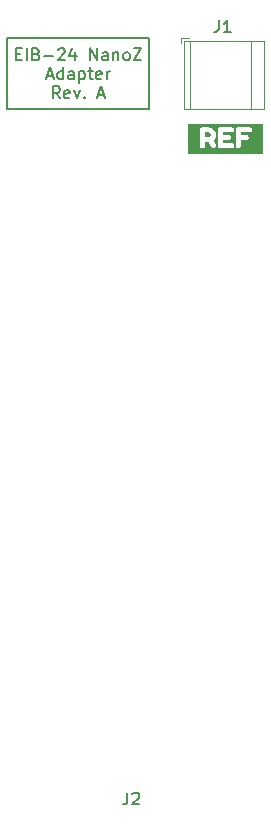
<source format=gbr>
%TF.GenerationSoftware,KiCad,Pcbnew,(6.0.0)*%
%TF.CreationDate,2022-08-13T16:18:09-04:00*%
%TF.ProjectId,eib-24-nanoz-adapter,6569622d-3234-42d6-9e61-6e6f7a2d6164,A*%
%TF.SameCoordinates,Original*%
%TF.FileFunction,Legend,Top*%
%TF.FilePolarity,Positive*%
%FSLAX46Y46*%
G04 Gerber Fmt 4.6, Leading zero omitted, Abs format (unit mm)*
G04 Created by KiCad (PCBNEW (6.0.0)) date 2022-08-13 16:18:09*
%MOMM*%
%LPD*%
G01*
G04 APERTURE LIST*
%ADD10C,0.150000*%
%ADD11C,0.120000*%
G04 APERTURE END LIST*
D10*
X129500000Y-93500000D02*
X141500000Y-93500000D01*
X141500000Y-93500000D02*
X141500000Y-99500000D01*
X141500000Y-99500000D02*
X129500000Y-99500000D01*
X129500000Y-99500000D02*
X129500000Y-93500000D01*
X130238095Y-94818571D02*
X130571428Y-94818571D01*
X130714285Y-95342380D02*
X130238095Y-95342380D01*
X130238095Y-94342380D01*
X130714285Y-94342380D01*
X131142857Y-95342380D02*
X131142857Y-94342380D01*
X131952380Y-94818571D02*
X132095238Y-94866190D01*
X132142857Y-94913809D01*
X132190476Y-95009047D01*
X132190476Y-95151904D01*
X132142857Y-95247142D01*
X132095238Y-95294761D01*
X132000000Y-95342380D01*
X131619047Y-95342380D01*
X131619047Y-94342380D01*
X131952380Y-94342380D01*
X132047619Y-94390000D01*
X132095238Y-94437619D01*
X132142857Y-94532857D01*
X132142857Y-94628095D01*
X132095238Y-94723333D01*
X132047619Y-94770952D01*
X131952380Y-94818571D01*
X131619047Y-94818571D01*
X132619047Y-94961428D02*
X133380952Y-94961428D01*
X133809523Y-94437619D02*
X133857142Y-94390000D01*
X133952380Y-94342380D01*
X134190476Y-94342380D01*
X134285714Y-94390000D01*
X134333333Y-94437619D01*
X134380952Y-94532857D01*
X134380952Y-94628095D01*
X134333333Y-94770952D01*
X133761904Y-95342380D01*
X134380952Y-95342380D01*
X135238095Y-94675714D02*
X135238095Y-95342380D01*
X135000000Y-94294761D02*
X134761904Y-95009047D01*
X135380952Y-95009047D01*
X136523809Y-95342380D02*
X136523809Y-94342380D01*
X137095238Y-95342380D01*
X137095238Y-94342380D01*
X138000000Y-95342380D02*
X138000000Y-94818571D01*
X137952380Y-94723333D01*
X137857142Y-94675714D01*
X137666666Y-94675714D01*
X137571428Y-94723333D01*
X138000000Y-95294761D02*
X137904761Y-95342380D01*
X137666666Y-95342380D01*
X137571428Y-95294761D01*
X137523809Y-95199523D01*
X137523809Y-95104285D01*
X137571428Y-95009047D01*
X137666666Y-94961428D01*
X137904761Y-94961428D01*
X138000000Y-94913809D01*
X138476190Y-94675714D02*
X138476190Y-95342380D01*
X138476190Y-94770952D02*
X138523809Y-94723333D01*
X138619047Y-94675714D01*
X138761904Y-94675714D01*
X138857142Y-94723333D01*
X138904761Y-94818571D01*
X138904761Y-95342380D01*
X139523809Y-95342380D02*
X139428571Y-95294761D01*
X139380952Y-95247142D01*
X139333333Y-95151904D01*
X139333333Y-94866190D01*
X139380952Y-94770952D01*
X139428571Y-94723333D01*
X139523809Y-94675714D01*
X139666666Y-94675714D01*
X139761904Y-94723333D01*
X139809523Y-94770952D01*
X139857142Y-94866190D01*
X139857142Y-95151904D01*
X139809523Y-95247142D01*
X139761904Y-95294761D01*
X139666666Y-95342380D01*
X139523809Y-95342380D01*
X140190476Y-94342380D02*
X140857142Y-94342380D01*
X140190476Y-95342380D01*
X140857142Y-95342380D01*
X132880952Y-96666666D02*
X133357142Y-96666666D01*
X132785714Y-96952380D02*
X133119047Y-95952380D01*
X133452380Y-96952380D01*
X134214285Y-96952380D02*
X134214285Y-95952380D01*
X134214285Y-96904761D02*
X134119047Y-96952380D01*
X133928571Y-96952380D01*
X133833333Y-96904761D01*
X133785714Y-96857142D01*
X133738095Y-96761904D01*
X133738095Y-96476190D01*
X133785714Y-96380952D01*
X133833333Y-96333333D01*
X133928571Y-96285714D01*
X134119047Y-96285714D01*
X134214285Y-96333333D01*
X135119047Y-96952380D02*
X135119047Y-96428571D01*
X135071428Y-96333333D01*
X134976190Y-96285714D01*
X134785714Y-96285714D01*
X134690476Y-96333333D01*
X135119047Y-96904761D02*
X135023809Y-96952380D01*
X134785714Y-96952380D01*
X134690476Y-96904761D01*
X134642857Y-96809523D01*
X134642857Y-96714285D01*
X134690476Y-96619047D01*
X134785714Y-96571428D01*
X135023809Y-96571428D01*
X135119047Y-96523809D01*
X135595238Y-96285714D02*
X135595238Y-97285714D01*
X135595238Y-96333333D02*
X135690476Y-96285714D01*
X135880952Y-96285714D01*
X135976190Y-96333333D01*
X136023809Y-96380952D01*
X136071428Y-96476190D01*
X136071428Y-96761904D01*
X136023809Y-96857142D01*
X135976190Y-96904761D01*
X135880952Y-96952380D01*
X135690476Y-96952380D01*
X135595238Y-96904761D01*
X136357142Y-96285714D02*
X136738095Y-96285714D01*
X136500000Y-95952380D02*
X136500000Y-96809523D01*
X136547619Y-96904761D01*
X136642857Y-96952380D01*
X136738095Y-96952380D01*
X137452380Y-96904761D02*
X137357142Y-96952380D01*
X137166666Y-96952380D01*
X137071428Y-96904761D01*
X137023809Y-96809523D01*
X137023809Y-96428571D01*
X137071428Y-96333333D01*
X137166666Y-96285714D01*
X137357142Y-96285714D01*
X137452380Y-96333333D01*
X137500000Y-96428571D01*
X137500000Y-96523809D01*
X137023809Y-96619047D01*
X137928571Y-96952380D02*
X137928571Y-96285714D01*
X137928571Y-96476190D02*
X137976190Y-96380952D01*
X138023809Y-96333333D01*
X138119047Y-96285714D01*
X138214285Y-96285714D01*
X133952380Y-98562380D02*
X133619047Y-98086190D01*
X133380952Y-98562380D02*
X133380952Y-97562380D01*
X133761904Y-97562380D01*
X133857142Y-97610000D01*
X133904761Y-97657619D01*
X133952380Y-97752857D01*
X133952380Y-97895714D01*
X133904761Y-97990952D01*
X133857142Y-98038571D01*
X133761904Y-98086190D01*
X133380952Y-98086190D01*
X134761904Y-98514761D02*
X134666666Y-98562380D01*
X134476190Y-98562380D01*
X134380952Y-98514761D01*
X134333333Y-98419523D01*
X134333333Y-98038571D01*
X134380952Y-97943333D01*
X134476190Y-97895714D01*
X134666666Y-97895714D01*
X134761904Y-97943333D01*
X134809523Y-98038571D01*
X134809523Y-98133809D01*
X134333333Y-98229047D01*
X135142857Y-97895714D02*
X135380952Y-98562380D01*
X135619047Y-97895714D01*
X136000000Y-98467142D02*
X136047619Y-98514761D01*
X136000000Y-98562380D01*
X135952380Y-98514761D01*
X136000000Y-98467142D01*
X136000000Y-98562380D01*
X137190476Y-98276666D02*
X137666666Y-98276666D01*
X137095238Y-98562380D02*
X137428571Y-97562380D01*
X137761904Y-98562380D01*
%TO.C,J1*%
X147416666Y-91952380D02*
X147416666Y-92666666D01*
X147369047Y-92809523D01*
X147273809Y-92904761D01*
X147130952Y-92952380D01*
X147035714Y-92952380D01*
X148416666Y-92952380D02*
X147845238Y-92952380D01*
X148130952Y-92952380D02*
X148130952Y-91952380D01*
X148035714Y-92095238D01*
X147940476Y-92190476D01*
X147845238Y-92238095D01*
%TO.C,J2*%
X139666666Y-157352380D02*
X139666666Y-158066666D01*
X139619047Y-158209523D01*
X139523809Y-158304761D01*
X139380952Y-158352380D01*
X139285714Y-158352380D01*
X140095238Y-157447619D02*
X140142857Y-157400000D01*
X140238095Y-157352380D01*
X140476190Y-157352380D01*
X140571428Y-157400000D01*
X140619047Y-157447619D01*
X140666666Y-157542857D01*
X140666666Y-157638095D01*
X140619047Y-157780952D01*
X140047619Y-158352380D01*
X140666666Y-158352380D01*
%TO.C,kibuzzard-62F6D4CD*%
G36*
X146672453Y-101495969D02*
G01*
X146741509Y-101654322D01*
X146672453Y-101811484D01*
X146534341Y-101863872D01*
X146229541Y-101863872D01*
X146229541Y-101442391D01*
X146529578Y-101442391D01*
X146672453Y-101495969D01*
G37*
G36*
X144815872Y-100723253D02*
G01*
X151184128Y-100723253D01*
X151184128Y-103276747D01*
X144815872Y-103276747D01*
X144815872Y-102552053D01*
X145808059Y-102552053D01*
X145822347Y-102675878D01*
X145885450Y-102741958D01*
X146017609Y-102763984D01*
X146140244Y-102747911D01*
X146203347Y-102699691D01*
X146225969Y-102636588D01*
X146229541Y-102554434D01*
X146229541Y-102285353D01*
X146529578Y-102285353D01*
X146603397Y-102280591D01*
X146696001Y-102499930D01*
X146757914Y-102643599D01*
X146789134Y-102711597D01*
X146833187Y-102758031D01*
X146909387Y-102780653D01*
X147032022Y-102747316D01*
X147142750Y-102678259D01*
X147179659Y-102594916D01*
X147167982Y-102554434D01*
X147310628Y-102554434D01*
X147324916Y-102675878D01*
X147388019Y-102743744D01*
X147520178Y-102766366D01*
X148463153Y-102766366D01*
X148586978Y-102752078D01*
X148653058Y-102688975D01*
X148675084Y-102556816D01*
X148674772Y-102554434D01*
X148829866Y-102554434D01*
X148844153Y-102675878D01*
X148907256Y-102743744D01*
X149039416Y-102766366D01*
X149162050Y-102750292D01*
X149225153Y-102702072D01*
X149247775Y-102640159D01*
X149251347Y-102556816D01*
X149251347Y-102106759D01*
X149718072Y-102106759D01*
X149839516Y-102094853D01*
X149907381Y-102029964D01*
X149930003Y-101897209D01*
X149914525Y-101773980D01*
X149868091Y-101709091D01*
X149804988Y-101686469D01*
X149720453Y-101682897D01*
X149251347Y-101682897D01*
X149251347Y-101442391D01*
X149980009Y-101442391D01*
X150064544Y-101438819D01*
X150127647Y-101417387D01*
X150177653Y-101354284D01*
X150191941Y-101232841D01*
X150177653Y-101111397D01*
X150128838Y-101047103D01*
X150066925Y-101024481D01*
X149984772Y-101020909D01*
X149046559Y-101020909D01*
X148875109Y-101064962D01*
X148829866Y-101230459D01*
X148829866Y-102554434D01*
X148674772Y-102554434D01*
X148659011Y-102434181D01*
X148610791Y-102371078D01*
X148547688Y-102348456D01*
X148465534Y-102344884D01*
X147732109Y-102344884D01*
X147732109Y-102104378D01*
X148198834Y-102104378D01*
X148322659Y-102090091D01*
X148390525Y-102026988D01*
X148413147Y-101894828D01*
X148397073Y-101772194D01*
X148348853Y-101709091D01*
X148285750Y-101686469D01*
X148203597Y-101682897D01*
X147732109Y-101682897D01*
X147732109Y-101442391D01*
X148463153Y-101442391D01*
X148586978Y-101428103D01*
X148653058Y-101365000D01*
X148675084Y-101232841D01*
X148659011Y-101110206D01*
X148610791Y-101047103D01*
X148547688Y-101024481D01*
X148465534Y-101020909D01*
X147527322Y-101020909D01*
X147355872Y-101064962D01*
X147310628Y-101230459D01*
X147310628Y-102554434D01*
X147167982Y-102554434D01*
X147143941Y-102471091D01*
X147077266Y-102319484D01*
X147023291Y-102194866D01*
X146982016Y-102097234D01*
X147081234Y-101970764D01*
X147140766Y-101823126D01*
X147160609Y-101654322D01*
X147145131Y-101506684D01*
X147098697Y-101373334D01*
X147028450Y-101260225D01*
X146941534Y-101173309D01*
X146808449Y-101088643D01*
X146672718Y-101037843D01*
X146534341Y-101020909D01*
X146019991Y-101020909D01*
X145897356Y-101036983D01*
X145834253Y-101085203D01*
X145811631Y-101148306D01*
X145808059Y-101230459D01*
X145808059Y-102552053D01*
X144815872Y-102552053D01*
X144815872Y-100723253D01*
G37*
D11*
%TO.C,J1*%
X144240000Y-93470000D02*
X144240000Y-93870000D01*
X144880000Y-93470000D02*
X144240000Y-93470000D01*
X151220000Y-99490000D02*
X144480000Y-99490000D01*
X151220000Y-93710000D02*
X144480000Y-93710000D01*
X144480000Y-93710000D02*
X144480000Y-99490000D01*
X151220000Y-93710000D02*
X151220000Y-99490000D01*
X150100000Y-93710000D02*
X150100000Y-99490000D01*
X145000000Y-93710000D02*
X145000000Y-99490000D01*
%TD*%
M02*

</source>
